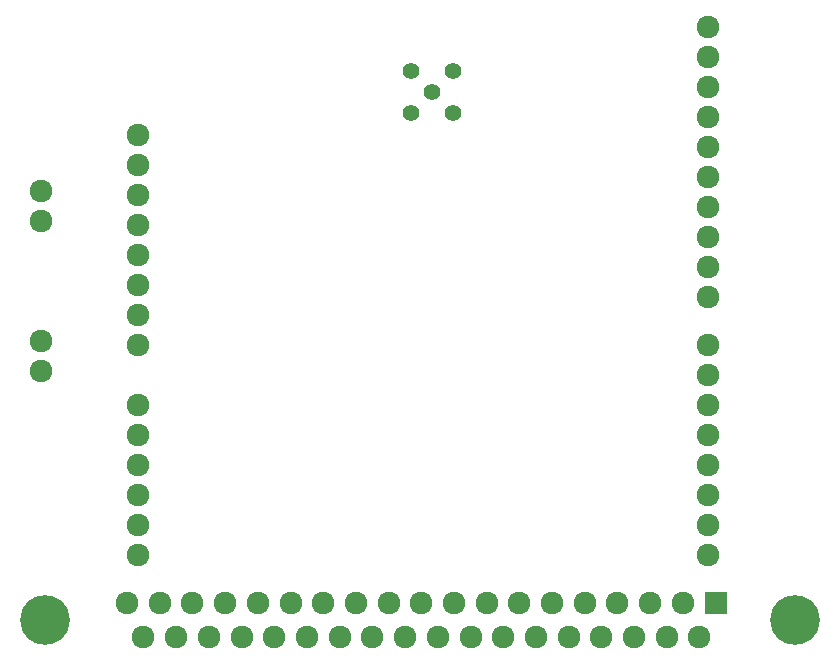
<source format=gbr>
G04 #@! TF.FileFunction,Soldermask,Bot*
%FSLAX46Y46*%
G04 Gerber Fmt 4.6, Leading zero omitted, Abs format (unit mm)*
G04 Created by KiCad (PCBNEW 4.0.7) date 10/28/17 15:39:51*
%MOMM*%
%LPD*%
G01*
G04 APERTURE LIST*
%ADD10C,0.100000*%
%ADD11R,1.920000X1.920000*%
%ADD12C,1.920000*%
%ADD13C,4.210000*%
%ADD14C,1.924000*%
%ADD15C,1.400000*%
G04 APERTURE END LIST*
D10*
D11*
X201930000Y-127000000D03*
D12*
X199160000Y-127000000D03*
X196390000Y-127000000D03*
X193620000Y-127000000D03*
X190860000Y-127000000D03*
X188090000Y-127000000D03*
X185320000Y-127000000D03*
X182550000Y-127000000D03*
X179780000Y-127000000D03*
D13*
X208640000Y-128420000D03*
X145140000Y-128420000D03*
D12*
X177010000Y-127000000D03*
X174240000Y-127000000D03*
X171480000Y-127000000D03*
X168710000Y-127000000D03*
X165940000Y-127000000D03*
X163170000Y-127000000D03*
X160400000Y-127000000D03*
X157630000Y-127000000D03*
X154860000Y-127000000D03*
X152100000Y-127000000D03*
X200560000Y-129840000D03*
X197790000Y-129840000D03*
X195020000Y-129840000D03*
X192250000Y-129840000D03*
X189480000Y-129840000D03*
X186720000Y-129840000D03*
X183950000Y-129840000D03*
X181180000Y-129840000D03*
X178410000Y-129840000D03*
X175640000Y-129840000D03*
X172870000Y-129840000D03*
X170100000Y-129840000D03*
X167340000Y-129840000D03*
X164570000Y-129840000D03*
X161800000Y-129840000D03*
X159030000Y-129840000D03*
X156260000Y-129840000D03*
X153490000Y-129840000D03*
D14*
X153042000Y-87335000D03*
X153042000Y-89875000D03*
X153042000Y-92415000D03*
X153042000Y-94955000D03*
X153042000Y-97495000D03*
X153042000Y-100035000D03*
X153042000Y-102575000D03*
X153042000Y-105115000D03*
X153042000Y-110195000D03*
X201302000Y-105115000D03*
X153042000Y-112735000D03*
X153042000Y-115275000D03*
X153042000Y-117815000D03*
X153042000Y-120355000D03*
X153042000Y-122895000D03*
X201302000Y-78195000D03*
X201302000Y-80735000D03*
X201302000Y-83275000D03*
X201302000Y-85815000D03*
X201302000Y-88355000D03*
X201302000Y-90895000D03*
X201302000Y-93435000D03*
X201302000Y-95975000D03*
X201302000Y-98515000D03*
X201302000Y-101055000D03*
X201302000Y-107655000D03*
X201302000Y-110195000D03*
X201302000Y-112735000D03*
X201302000Y-115275000D03*
X201302000Y-117815000D03*
X201302000Y-120355000D03*
X201302000Y-122895000D03*
D15*
X179705000Y-81915000D03*
X176165000Y-81915000D03*
X179705000Y-85455000D03*
X176165000Y-85455000D03*
X177935000Y-83685000D03*
D14*
X144780000Y-107315000D03*
X144780000Y-104775000D03*
X144780000Y-94615000D03*
X144780000Y-92075000D03*
M02*

</source>
